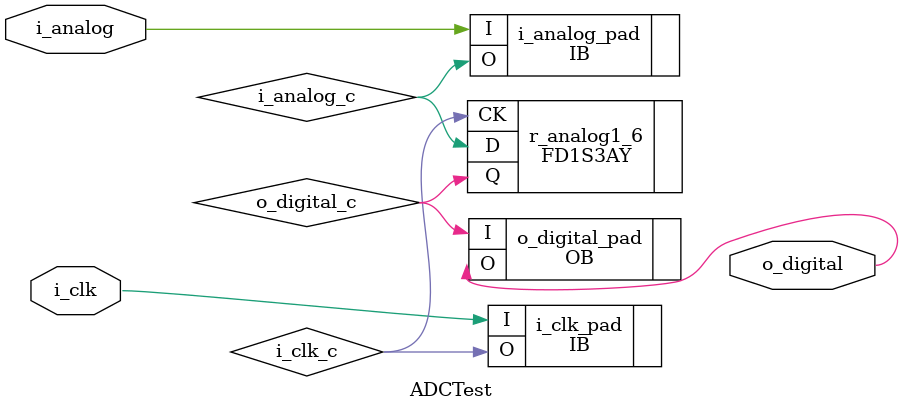
<source format=v>

module ADCTest (i_clk, i_analog, o_digital) /* synthesis syn_module_defined=1 */ ;   // /home/user/SDR-HLS/Testing/1bitADCTest/First_Implementation/source/ADCTest.v(1[8:15])
    input i_clk;   // /home/user/SDR-HLS/Testing/1bitADCTest/First_Implementation/source/ADCTest.v(2[10:15])
    input i_analog;   // /home/user/SDR-HLS/Testing/1bitADCTest/First_Implementation/source/ADCTest.v(3[10:18])
    output o_digital;   // /home/user/SDR-HLS/Testing/1bitADCTest/First_Implementation/source/ADCTest.v(4[11:20])
    
    wire i_clk_c /* synthesis is_clock=1, SET_AS_NETWORK=i_clk_c */ ;   // /home/user/SDR-HLS/Testing/1bitADCTest/First_Implementation/source/ADCTest.v(2[10:15])
    
    wire GND_net, i_analog_c, o_digital_c, VCC_net;
    
    VHI i16 (.Z(VCC_net));
    VLO i21 (.Z(GND_net));
    OB o_digital_pad (.I(o_digital_c), .O(o_digital));   // /home/user/SDR-HLS/Testing/1bitADCTest/First_Implementation/source/ADCTest.v(4[11:20])
    IB i_clk_pad (.I(i_clk), .O(i_clk_c));   // /home/user/SDR-HLS/Testing/1bitADCTest/First_Implementation/source/ADCTest.v(2[10:15])
    IB i_analog_pad (.I(i_analog), .O(i_analog_c));   // /home/user/SDR-HLS/Testing/1bitADCTest/First_Implementation/source/ADCTest.v(3[10:18])
    GSR GSR_INST (.GSR(VCC_net));
    FD1S3AY r_analog1_6 (.D(i_analog_c), .CK(i_clk_c), .Q(o_digital_c)) /* synthesis lse_init_val=1 */ ;   // /home/user/SDR-HLS/Testing/1bitADCTest/First_Implementation/source/ADCTest.v(10[10] 14[8])
    defparam r_analog1_6.GSR = "ENABLED";
    PUR PUR_INST (.PUR(VCC_net));
    defparam PUR_INST.RST_PULSE = 1;
    
endmodule
//
// Verilog Description of module PUR
// module not written out since it is a black-box. 
//


</source>
